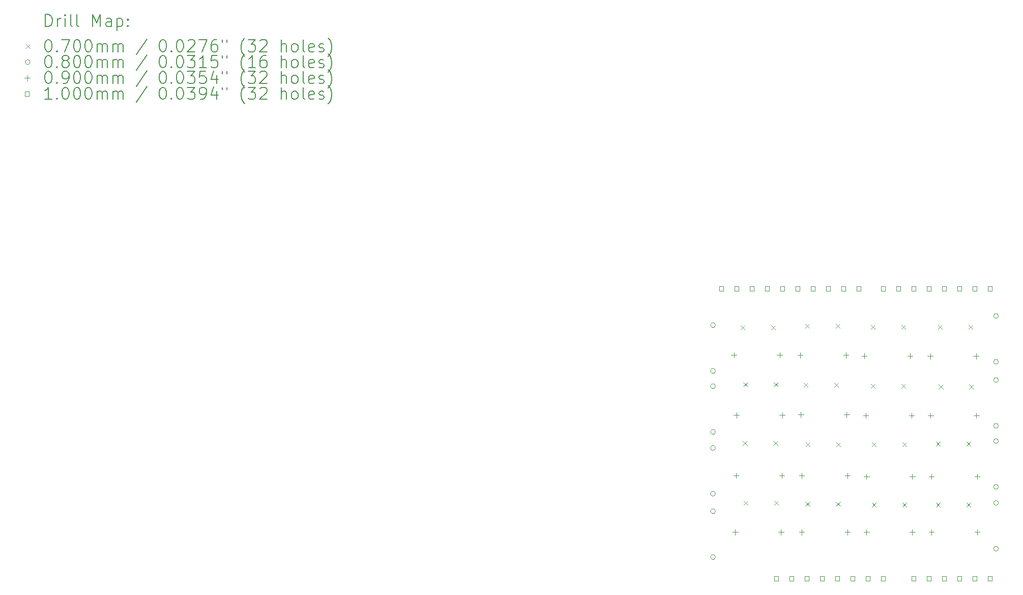
<source format=gbr>
%TF.GenerationSoftware,KiCad,Pcbnew,(6.0.10)*%
%TF.CreationDate,2023-01-21T21:44:59-06:00*%
%TF.ProjectId,Keypad,4b657970-6164-42e6-9b69-6361645f7063,rev?*%
%TF.SameCoordinates,Original*%
%TF.FileFunction,Drillmap*%
%TF.FilePolarity,Positive*%
%FSLAX45Y45*%
G04 Gerber Fmt 4.5, Leading zero omitted, Abs format (unit mm)*
G04 Created by KiCad (PCBNEW (6.0.10)) date 2023-01-21 21:44:59*
%MOMM*%
%LPD*%
G01*
G04 APERTURE LIST*
%ADD10C,0.200000*%
%ADD11C,0.070000*%
%ADD12C,0.080000*%
%ADD13C,0.090000*%
%ADD14C,0.100000*%
G04 APERTURE END LIST*
D10*
D11*
X11826800Y-5286300D02*
X11896800Y-5356300D01*
X11896800Y-5286300D02*
X11826800Y-5356300D01*
X11864900Y-7214160D02*
X11934900Y-7284160D01*
X11934900Y-7214160D02*
X11864900Y-7284160D01*
X11872520Y-6233720D02*
X11942520Y-6303720D01*
X11942520Y-6233720D02*
X11872520Y-6303720D01*
X11875060Y-8209840D02*
X11945060Y-8279840D01*
X11945060Y-8209840D02*
X11875060Y-8279840D01*
X12334800Y-5286300D02*
X12404800Y-5356300D01*
X12404800Y-5286300D02*
X12334800Y-5356300D01*
X12372900Y-7214160D02*
X12442900Y-7284160D01*
X12442900Y-7214160D02*
X12372900Y-7284160D01*
X12380520Y-6233720D02*
X12450520Y-6303720D01*
X12450520Y-6233720D02*
X12380520Y-6303720D01*
X12383060Y-8209840D02*
X12453060Y-8279840D01*
X12453060Y-8209840D02*
X12383060Y-8279840D01*
X12878360Y-6243880D02*
X12948360Y-6313880D01*
X12948360Y-6243880D02*
X12878360Y-6313880D01*
X12903760Y-5260900D02*
X12973760Y-5330900D01*
X12973760Y-5260900D02*
X12903760Y-5330900D01*
X12906300Y-8225080D02*
X12976300Y-8295080D01*
X12976300Y-8225080D02*
X12906300Y-8295080D01*
X12908840Y-7234480D02*
X12978840Y-7304480D01*
X12978840Y-7234480D02*
X12908840Y-7304480D01*
X13386360Y-6243880D02*
X13456360Y-6313880D01*
X13456360Y-6243880D02*
X13386360Y-6313880D01*
X13411760Y-5260900D02*
X13481760Y-5330900D01*
X13481760Y-5260900D02*
X13411760Y-5330900D01*
X13414300Y-8225080D02*
X13484300Y-8295080D01*
X13484300Y-8225080D02*
X13414300Y-8295080D01*
X13416840Y-7234480D02*
X13486840Y-7304480D01*
X13486840Y-7234480D02*
X13416840Y-7304480D01*
X13995960Y-5276140D02*
X14065960Y-5346140D01*
X14065960Y-5276140D02*
X13995960Y-5346140D01*
X13995960Y-6264200D02*
X14065960Y-6334200D01*
X14065960Y-6264200D02*
X13995960Y-6334200D01*
X14013740Y-7234480D02*
X14083740Y-7304480D01*
X14083740Y-7234480D02*
X14013740Y-7304480D01*
X14013740Y-8237780D02*
X14083740Y-8307780D01*
X14083740Y-8237780D02*
X14013740Y-8307780D01*
X14503960Y-5276140D02*
X14573960Y-5346140D01*
X14573960Y-5276140D02*
X14503960Y-5346140D01*
X14503960Y-6264200D02*
X14573960Y-6334200D01*
X14573960Y-6264200D02*
X14503960Y-6334200D01*
X14521740Y-7234480D02*
X14591740Y-7304480D01*
X14591740Y-7234480D02*
X14521740Y-7304480D01*
X14521740Y-8237780D02*
X14591740Y-8307780D01*
X14591740Y-8237780D02*
X14521740Y-8307780D01*
X15080540Y-7221780D02*
X15150540Y-7291780D01*
X15150540Y-7221780D02*
X15080540Y-7291780D01*
X15080540Y-8237780D02*
X15150540Y-8307780D01*
X15150540Y-8237780D02*
X15080540Y-8307780D01*
X15108480Y-5276140D02*
X15178480Y-5346140D01*
X15178480Y-5276140D02*
X15108480Y-5346140D01*
X15123720Y-6274360D02*
X15193720Y-6344360D01*
X15193720Y-6274360D02*
X15123720Y-6344360D01*
X15588540Y-7221780D02*
X15658540Y-7291780D01*
X15658540Y-7221780D02*
X15588540Y-7291780D01*
X15588540Y-8237780D02*
X15658540Y-8307780D01*
X15658540Y-8237780D02*
X15588540Y-8307780D01*
X15616480Y-5276140D02*
X15686480Y-5346140D01*
X15686480Y-5276140D02*
X15616480Y-5346140D01*
X15631720Y-6274360D02*
X15701720Y-6344360D01*
X15701720Y-6274360D02*
X15631720Y-6344360D01*
D12*
X11406500Y-5283200D02*
G75*
G03*
X11406500Y-5283200I-40000J0D01*
G01*
X11406500Y-6045200D02*
G75*
G03*
X11406500Y-6045200I-40000J0D01*
G01*
X11406500Y-6299200D02*
G75*
G03*
X11406500Y-6299200I-40000J0D01*
G01*
X11406500Y-7061200D02*
G75*
G03*
X11406500Y-7061200I-40000J0D01*
G01*
X11406500Y-7327900D02*
G75*
G03*
X11406500Y-7327900I-40000J0D01*
G01*
X11406500Y-8089900D02*
G75*
G03*
X11406500Y-8089900I-40000J0D01*
G01*
X11406500Y-8382000D02*
G75*
G03*
X11406500Y-8382000I-40000J0D01*
G01*
X11406500Y-9144000D02*
G75*
G03*
X11406500Y-9144000I-40000J0D01*
G01*
X16118200Y-5130800D02*
G75*
G03*
X16118200Y-5130800I-40000J0D01*
G01*
X16118200Y-5892800D02*
G75*
G03*
X16118200Y-5892800I-40000J0D01*
G01*
X16118200Y-6197600D02*
G75*
G03*
X16118200Y-6197600I-40000J0D01*
G01*
X16118200Y-6959600D02*
G75*
G03*
X16118200Y-6959600I-40000J0D01*
G01*
X16118200Y-7213600D02*
G75*
G03*
X16118200Y-7213600I-40000J0D01*
G01*
X16118200Y-7975600D02*
G75*
G03*
X16118200Y-7975600I-40000J0D01*
G01*
X16118200Y-8242300D02*
G75*
G03*
X16118200Y-8242300I-40000J0D01*
G01*
X16118200Y-9004300D02*
G75*
G03*
X16118200Y-9004300I-40000J0D01*
G01*
D13*
X11714480Y-5733500D02*
X11714480Y-5823500D01*
X11669480Y-5778500D02*
X11759480Y-5778500D01*
X11737340Y-8684980D02*
X11737340Y-8774980D01*
X11692340Y-8729980D02*
X11782340Y-8729980D01*
X11750040Y-7742640D02*
X11750040Y-7832640D01*
X11705040Y-7787640D02*
X11795040Y-7787640D01*
X11757660Y-6736800D02*
X11757660Y-6826800D01*
X11712660Y-6781800D02*
X11802660Y-6781800D01*
X12476480Y-5733500D02*
X12476480Y-5823500D01*
X12431480Y-5778500D02*
X12521480Y-5778500D01*
X12499340Y-8684980D02*
X12499340Y-8774980D01*
X12454340Y-8729980D02*
X12544340Y-8729980D01*
X12512040Y-7742640D02*
X12512040Y-7832640D01*
X12467040Y-7787640D02*
X12557040Y-7787640D01*
X12519660Y-6736800D02*
X12519660Y-6826800D01*
X12474660Y-6781800D02*
X12564660Y-6781800D01*
X12816840Y-5738580D02*
X12816840Y-5828580D01*
X12771840Y-5783580D02*
X12861840Y-5783580D01*
X12829540Y-6729180D02*
X12829540Y-6819180D01*
X12784540Y-6774180D02*
X12874540Y-6774180D01*
X12842240Y-7745180D02*
X12842240Y-7835180D01*
X12797240Y-7790180D02*
X12887240Y-7790180D01*
X12842240Y-8684980D02*
X12842240Y-8774980D01*
X12797240Y-8729980D02*
X12887240Y-8729980D01*
X13578840Y-5738580D02*
X13578840Y-5828580D01*
X13533840Y-5783580D02*
X13623840Y-5783580D01*
X13591540Y-6729180D02*
X13591540Y-6819180D01*
X13546540Y-6774180D02*
X13636540Y-6774180D01*
X13604240Y-7745180D02*
X13604240Y-7835180D01*
X13559240Y-7790180D02*
X13649240Y-7790180D01*
X13604240Y-8684980D02*
X13604240Y-8774980D01*
X13559240Y-8729980D02*
X13649240Y-8729980D01*
X13883640Y-5748740D02*
X13883640Y-5838740D01*
X13838640Y-5793740D02*
X13928640Y-5793740D01*
X13909040Y-6741880D02*
X13909040Y-6831880D01*
X13864040Y-6786880D02*
X13954040Y-6786880D01*
X13921740Y-7757880D02*
X13921740Y-7847880D01*
X13876740Y-7802880D02*
X13966740Y-7802880D01*
X13921740Y-8684980D02*
X13921740Y-8774980D01*
X13876740Y-8729980D02*
X13966740Y-8729980D01*
X14645640Y-5748740D02*
X14645640Y-5838740D01*
X14600640Y-5793740D02*
X14690640Y-5793740D01*
X14671040Y-6741880D02*
X14671040Y-6831880D01*
X14626040Y-6786880D02*
X14716040Y-6786880D01*
X14683740Y-7757880D02*
X14683740Y-7847880D01*
X14638740Y-7802880D02*
X14728740Y-7802880D01*
X14683740Y-8684980D02*
X14683740Y-8774980D01*
X14638740Y-8729980D02*
X14728740Y-8729980D01*
X14983460Y-5753820D02*
X14983460Y-5843820D01*
X14938460Y-5798820D02*
X15028460Y-5798820D01*
X14988540Y-6741880D02*
X14988540Y-6831880D01*
X14943540Y-6786880D02*
X15033540Y-6786880D01*
X15001240Y-7757880D02*
X15001240Y-7847880D01*
X14956240Y-7802880D02*
X15046240Y-7802880D01*
X15001240Y-8684980D02*
X15001240Y-8774980D01*
X14956240Y-8729980D02*
X15046240Y-8729980D01*
X15745460Y-5753820D02*
X15745460Y-5843820D01*
X15700460Y-5798820D02*
X15790460Y-5798820D01*
X15750540Y-6741880D02*
X15750540Y-6831880D01*
X15705540Y-6786880D02*
X15795540Y-6786880D01*
X15763240Y-7757880D02*
X15763240Y-7847880D01*
X15718240Y-7802880D02*
X15808240Y-7802880D01*
X15763240Y-8684980D02*
X15763240Y-8774980D01*
X15718240Y-8729980D02*
X15808240Y-8729980D01*
D14*
X11541956Y-4708956D02*
X11541956Y-4638244D01*
X11471244Y-4638244D01*
X11471244Y-4708956D01*
X11541956Y-4708956D01*
X11795956Y-4708956D02*
X11795956Y-4638244D01*
X11725244Y-4638244D01*
X11725244Y-4708956D01*
X11795956Y-4708956D01*
X12049956Y-4708956D02*
X12049956Y-4638244D01*
X11979244Y-4638244D01*
X11979244Y-4708956D01*
X12049956Y-4708956D01*
X12303956Y-4708956D02*
X12303956Y-4638244D01*
X12233244Y-4638244D01*
X12233244Y-4708956D01*
X12303956Y-4708956D01*
X12455956Y-9534956D02*
X12455956Y-9464244D01*
X12385244Y-9464244D01*
X12385244Y-9534956D01*
X12455956Y-9534956D01*
X12557956Y-4708956D02*
X12557956Y-4638244D01*
X12487244Y-4638244D01*
X12487244Y-4708956D01*
X12557956Y-4708956D01*
X12709956Y-9534956D02*
X12709956Y-9464244D01*
X12639244Y-9464244D01*
X12639244Y-9534956D01*
X12709956Y-9534956D01*
X12811956Y-4708956D02*
X12811956Y-4638244D01*
X12741244Y-4638244D01*
X12741244Y-4708956D01*
X12811956Y-4708956D01*
X12963956Y-9534956D02*
X12963956Y-9464244D01*
X12893244Y-9464244D01*
X12893244Y-9534956D01*
X12963956Y-9534956D01*
X13065956Y-4708956D02*
X13065956Y-4638244D01*
X12995244Y-4638244D01*
X12995244Y-4708956D01*
X13065956Y-4708956D01*
X13217956Y-9534956D02*
X13217956Y-9464244D01*
X13147244Y-9464244D01*
X13147244Y-9534956D01*
X13217956Y-9534956D01*
X13319956Y-4708956D02*
X13319956Y-4638244D01*
X13249244Y-4638244D01*
X13249244Y-4708956D01*
X13319956Y-4708956D01*
X13471956Y-9534956D02*
X13471956Y-9464244D01*
X13401244Y-9464244D01*
X13401244Y-9534956D01*
X13471956Y-9534956D01*
X13573956Y-4708956D02*
X13573956Y-4638244D01*
X13503244Y-4638244D01*
X13503244Y-4708956D01*
X13573956Y-4708956D01*
X13725956Y-9534956D02*
X13725956Y-9464244D01*
X13655244Y-9464244D01*
X13655244Y-9534956D01*
X13725956Y-9534956D01*
X13827956Y-4708956D02*
X13827956Y-4638244D01*
X13757244Y-4638244D01*
X13757244Y-4708956D01*
X13827956Y-4708956D01*
X13979956Y-9534956D02*
X13979956Y-9464244D01*
X13909244Y-9464244D01*
X13909244Y-9534956D01*
X13979956Y-9534956D01*
X14233956Y-4708956D02*
X14233956Y-4638244D01*
X14163244Y-4638244D01*
X14163244Y-4708956D01*
X14233956Y-4708956D01*
X14233956Y-9534956D02*
X14233956Y-9464244D01*
X14163244Y-9464244D01*
X14163244Y-9534956D01*
X14233956Y-9534956D01*
X14487956Y-4708956D02*
X14487956Y-4638244D01*
X14417244Y-4638244D01*
X14417244Y-4708956D01*
X14487956Y-4708956D01*
X14741956Y-4708956D02*
X14741956Y-4638244D01*
X14671244Y-4638244D01*
X14671244Y-4708956D01*
X14741956Y-4708956D01*
X14741956Y-9534956D02*
X14741956Y-9464244D01*
X14671244Y-9464244D01*
X14671244Y-9534956D01*
X14741956Y-9534956D01*
X14995956Y-4708956D02*
X14995956Y-4638244D01*
X14925244Y-4638244D01*
X14925244Y-4708956D01*
X14995956Y-4708956D01*
X14995956Y-9534956D02*
X14995956Y-9464244D01*
X14925244Y-9464244D01*
X14925244Y-9534956D01*
X14995956Y-9534956D01*
X15249956Y-4708956D02*
X15249956Y-4638244D01*
X15179244Y-4638244D01*
X15179244Y-4708956D01*
X15249956Y-4708956D01*
X15249956Y-9534956D02*
X15249956Y-9464244D01*
X15179244Y-9464244D01*
X15179244Y-9534956D01*
X15249956Y-9534956D01*
X15503956Y-4708956D02*
X15503956Y-4638244D01*
X15433244Y-4638244D01*
X15433244Y-4708956D01*
X15503956Y-4708956D01*
X15503956Y-9534956D02*
X15503956Y-9464244D01*
X15433244Y-9464244D01*
X15433244Y-9534956D01*
X15503956Y-9534956D01*
X15757956Y-4708956D02*
X15757956Y-4638244D01*
X15687244Y-4638244D01*
X15687244Y-4708956D01*
X15757956Y-4708956D01*
X15757956Y-9534956D02*
X15757956Y-9464244D01*
X15687244Y-9464244D01*
X15687244Y-9534956D01*
X15757956Y-9534956D01*
X16011956Y-4708956D02*
X16011956Y-4638244D01*
X15941244Y-4638244D01*
X15941244Y-4708956D01*
X16011956Y-4708956D01*
X16011956Y-9534956D02*
X16011956Y-9464244D01*
X15941244Y-9464244D01*
X15941244Y-9534956D01*
X16011956Y-9534956D01*
D10*
X257619Y-310476D02*
X257619Y-110476D01*
X305238Y-110476D01*
X333810Y-120000D01*
X352857Y-139048D01*
X362381Y-158095D01*
X371905Y-196190D01*
X371905Y-224762D01*
X362381Y-262857D01*
X352857Y-281905D01*
X333810Y-300952D01*
X305238Y-310476D01*
X257619Y-310476D01*
X457619Y-310476D02*
X457619Y-177143D01*
X457619Y-215238D02*
X467143Y-196190D01*
X476667Y-186667D01*
X495714Y-177143D01*
X514762Y-177143D01*
X581429Y-310476D02*
X581429Y-177143D01*
X581429Y-110476D02*
X571905Y-120000D01*
X581429Y-129524D01*
X590952Y-120000D01*
X581429Y-110476D01*
X581429Y-129524D01*
X705238Y-310476D02*
X686190Y-300952D01*
X676667Y-281905D01*
X676667Y-110476D01*
X810000Y-310476D02*
X790952Y-300952D01*
X781428Y-281905D01*
X781428Y-110476D01*
X1038571Y-310476D02*
X1038571Y-110476D01*
X1105238Y-253333D01*
X1171905Y-110476D01*
X1171905Y-310476D01*
X1352857Y-310476D02*
X1352857Y-205714D01*
X1343333Y-186667D01*
X1324286Y-177143D01*
X1286190Y-177143D01*
X1267143Y-186667D01*
X1352857Y-300952D02*
X1333810Y-310476D01*
X1286190Y-310476D01*
X1267143Y-300952D01*
X1257619Y-281905D01*
X1257619Y-262857D01*
X1267143Y-243809D01*
X1286190Y-234286D01*
X1333810Y-234286D01*
X1352857Y-224762D01*
X1448095Y-177143D02*
X1448095Y-377143D01*
X1448095Y-186667D02*
X1467143Y-177143D01*
X1505238Y-177143D01*
X1524286Y-186667D01*
X1533809Y-196190D01*
X1543333Y-215238D01*
X1543333Y-272381D01*
X1533809Y-291429D01*
X1524286Y-300952D01*
X1505238Y-310476D01*
X1467143Y-310476D01*
X1448095Y-300952D01*
X1629048Y-291429D02*
X1638571Y-300952D01*
X1629048Y-310476D01*
X1619524Y-300952D01*
X1629048Y-291429D01*
X1629048Y-310476D01*
X1629048Y-186667D02*
X1638571Y-196190D01*
X1629048Y-205714D01*
X1619524Y-196190D01*
X1629048Y-186667D01*
X1629048Y-205714D01*
D11*
X-70000Y-605000D02*
X0Y-675000D01*
X0Y-605000D02*
X-70000Y-675000D01*
D10*
X295714Y-530476D02*
X314762Y-530476D01*
X333810Y-540000D01*
X343333Y-549524D01*
X352857Y-568571D01*
X362381Y-606667D01*
X362381Y-654286D01*
X352857Y-692381D01*
X343333Y-711428D01*
X333810Y-720952D01*
X314762Y-730476D01*
X295714Y-730476D01*
X276667Y-720952D01*
X267143Y-711428D01*
X257619Y-692381D01*
X248095Y-654286D01*
X248095Y-606667D01*
X257619Y-568571D01*
X267143Y-549524D01*
X276667Y-540000D01*
X295714Y-530476D01*
X448095Y-711428D02*
X457619Y-720952D01*
X448095Y-730476D01*
X438571Y-720952D01*
X448095Y-711428D01*
X448095Y-730476D01*
X524286Y-530476D02*
X657619Y-530476D01*
X571905Y-730476D01*
X771905Y-530476D02*
X790952Y-530476D01*
X810000Y-540000D01*
X819524Y-549524D01*
X829048Y-568571D01*
X838571Y-606667D01*
X838571Y-654286D01*
X829048Y-692381D01*
X819524Y-711428D01*
X810000Y-720952D01*
X790952Y-730476D01*
X771905Y-730476D01*
X752857Y-720952D01*
X743333Y-711428D01*
X733809Y-692381D01*
X724286Y-654286D01*
X724286Y-606667D01*
X733809Y-568571D01*
X743333Y-549524D01*
X752857Y-540000D01*
X771905Y-530476D01*
X962381Y-530476D02*
X981428Y-530476D01*
X1000476Y-540000D01*
X1010000Y-549524D01*
X1019524Y-568571D01*
X1029048Y-606667D01*
X1029048Y-654286D01*
X1019524Y-692381D01*
X1010000Y-711428D01*
X1000476Y-720952D01*
X981428Y-730476D01*
X962381Y-730476D01*
X943333Y-720952D01*
X933809Y-711428D01*
X924286Y-692381D01*
X914762Y-654286D01*
X914762Y-606667D01*
X924286Y-568571D01*
X933809Y-549524D01*
X943333Y-540000D01*
X962381Y-530476D01*
X1114762Y-730476D02*
X1114762Y-597143D01*
X1114762Y-616190D02*
X1124286Y-606667D01*
X1143333Y-597143D01*
X1171905Y-597143D01*
X1190952Y-606667D01*
X1200476Y-625714D01*
X1200476Y-730476D01*
X1200476Y-625714D02*
X1210000Y-606667D01*
X1229048Y-597143D01*
X1257619Y-597143D01*
X1276667Y-606667D01*
X1286190Y-625714D01*
X1286190Y-730476D01*
X1381429Y-730476D02*
X1381429Y-597143D01*
X1381429Y-616190D02*
X1390952Y-606667D01*
X1410000Y-597143D01*
X1438571Y-597143D01*
X1457619Y-606667D01*
X1467143Y-625714D01*
X1467143Y-730476D01*
X1467143Y-625714D02*
X1476667Y-606667D01*
X1495714Y-597143D01*
X1524286Y-597143D01*
X1543333Y-606667D01*
X1552857Y-625714D01*
X1552857Y-730476D01*
X1943333Y-520952D02*
X1771905Y-778095D01*
X2200476Y-530476D02*
X2219524Y-530476D01*
X2238571Y-540000D01*
X2248095Y-549524D01*
X2257619Y-568571D01*
X2267143Y-606667D01*
X2267143Y-654286D01*
X2257619Y-692381D01*
X2248095Y-711428D01*
X2238571Y-720952D01*
X2219524Y-730476D01*
X2200476Y-730476D01*
X2181429Y-720952D01*
X2171905Y-711428D01*
X2162381Y-692381D01*
X2152857Y-654286D01*
X2152857Y-606667D01*
X2162381Y-568571D01*
X2171905Y-549524D01*
X2181429Y-540000D01*
X2200476Y-530476D01*
X2352857Y-711428D02*
X2362381Y-720952D01*
X2352857Y-730476D01*
X2343333Y-720952D01*
X2352857Y-711428D01*
X2352857Y-730476D01*
X2486190Y-530476D02*
X2505238Y-530476D01*
X2524286Y-540000D01*
X2533810Y-549524D01*
X2543333Y-568571D01*
X2552857Y-606667D01*
X2552857Y-654286D01*
X2543333Y-692381D01*
X2533810Y-711428D01*
X2524286Y-720952D01*
X2505238Y-730476D01*
X2486190Y-730476D01*
X2467143Y-720952D01*
X2457619Y-711428D01*
X2448095Y-692381D01*
X2438571Y-654286D01*
X2438571Y-606667D01*
X2448095Y-568571D01*
X2457619Y-549524D01*
X2467143Y-540000D01*
X2486190Y-530476D01*
X2629048Y-549524D02*
X2638571Y-540000D01*
X2657619Y-530476D01*
X2705238Y-530476D01*
X2724286Y-540000D01*
X2733810Y-549524D01*
X2743333Y-568571D01*
X2743333Y-587619D01*
X2733810Y-616190D01*
X2619524Y-730476D01*
X2743333Y-730476D01*
X2810000Y-530476D02*
X2943333Y-530476D01*
X2857619Y-730476D01*
X3105238Y-530476D02*
X3067143Y-530476D01*
X3048095Y-540000D01*
X3038571Y-549524D01*
X3019524Y-578095D01*
X3010000Y-616190D01*
X3010000Y-692381D01*
X3019524Y-711428D01*
X3029048Y-720952D01*
X3048095Y-730476D01*
X3086190Y-730476D01*
X3105238Y-720952D01*
X3114762Y-711428D01*
X3124286Y-692381D01*
X3124286Y-644762D01*
X3114762Y-625714D01*
X3105238Y-616190D01*
X3086190Y-606667D01*
X3048095Y-606667D01*
X3029048Y-616190D01*
X3019524Y-625714D01*
X3010000Y-644762D01*
X3200476Y-530476D02*
X3200476Y-568571D01*
X3276667Y-530476D02*
X3276667Y-568571D01*
X3571905Y-806667D02*
X3562381Y-797143D01*
X3543333Y-768571D01*
X3533809Y-749524D01*
X3524286Y-720952D01*
X3514762Y-673333D01*
X3514762Y-635238D01*
X3524286Y-587619D01*
X3533809Y-559048D01*
X3543333Y-540000D01*
X3562381Y-511428D01*
X3571905Y-501905D01*
X3629048Y-530476D02*
X3752857Y-530476D01*
X3686190Y-606667D01*
X3714762Y-606667D01*
X3733809Y-616190D01*
X3743333Y-625714D01*
X3752857Y-644762D01*
X3752857Y-692381D01*
X3743333Y-711428D01*
X3733809Y-720952D01*
X3714762Y-730476D01*
X3657619Y-730476D01*
X3638571Y-720952D01*
X3629048Y-711428D01*
X3829048Y-549524D02*
X3838571Y-540000D01*
X3857619Y-530476D01*
X3905238Y-530476D01*
X3924286Y-540000D01*
X3933809Y-549524D01*
X3943333Y-568571D01*
X3943333Y-587619D01*
X3933809Y-616190D01*
X3819524Y-730476D01*
X3943333Y-730476D01*
X4181428Y-730476D02*
X4181428Y-530476D01*
X4267143Y-730476D02*
X4267143Y-625714D01*
X4257619Y-606667D01*
X4238571Y-597143D01*
X4210000Y-597143D01*
X4190952Y-606667D01*
X4181428Y-616190D01*
X4390952Y-730476D02*
X4371905Y-720952D01*
X4362381Y-711428D01*
X4352857Y-692381D01*
X4352857Y-635238D01*
X4362381Y-616190D01*
X4371905Y-606667D01*
X4390952Y-597143D01*
X4419524Y-597143D01*
X4438571Y-606667D01*
X4448095Y-616190D01*
X4457619Y-635238D01*
X4457619Y-692381D01*
X4448095Y-711428D01*
X4438571Y-720952D01*
X4419524Y-730476D01*
X4390952Y-730476D01*
X4571905Y-730476D02*
X4552857Y-720952D01*
X4543333Y-701905D01*
X4543333Y-530476D01*
X4724286Y-720952D02*
X4705238Y-730476D01*
X4667143Y-730476D01*
X4648095Y-720952D01*
X4638571Y-701905D01*
X4638571Y-625714D01*
X4648095Y-606667D01*
X4667143Y-597143D01*
X4705238Y-597143D01*
X4724286Y-606667D01*
X4733810Y-625714D01*
X4733810Y-644762D01*
X4638571Y-663810D01*
X4810000Y-720952D02*
X4829048Y-730476D01*
X4867143Y-730476D01*
X4886190Y-720952D01*
X4895714Y-701905D01*
X4895714Y-692381D01*
X4886190Y-673333D01*
X4867143Y-663810D01*
X4838571Y-663810D01*
X4819524Y-654286D01*
X4810000Y-635238D01*
X4810000Y-625714D01*
X4819524Y-606667D01*
X4838571Y-597143D01*
X4867143Y-597143D01*
X4886190Y-606667D01*
X4962381Y-806667D02*
X4971905Y-797143D01*
X4990952Y-768571D01*
X5000476Y-749524D01*
X5010000Y-720952D01*
X5019524Y-673333D01*
X5019524Y-635238D01*
X5010000Y-587619D01*
X5000476Y-559048D01*
X4990952Y-540000D01*
X4971905Y-511428D01*
X4962381Y-501905D01*
D12*
X0Y-904000D02*
G75*
G03*
X0Y-904000I-40000J0D01*
G01*
D10*
X295714Y-794476D02*
X314762Y-794476D01*
X333810Y-804000D01*
X343333Y-813524D01*
X352857Y-832571D01*
X362381Y-870667D01*
X362381Y-918286D01*
X352857Y-956381D01*
X343333Y-975428D01*
X333810Y-984952D01*
X314762Y-994476D01*
X295714Y-994476D01*
X276667Y-984952D01*
X267143Y-975428D01*
X257619Y-956381D01*
X248095Y-918286D01*
X248095Y-870667D01*
X257619Y-832571D01*
X267143Y-813524D01*
X276667Y-804000D01*
X295714Y-794476D01*
X448095Y-975428D02*
X457619Y-984952D01*
X448095Y-994476D01*
X438571Y-984952D01*
X448095Y-975428D01*
X448095Y-994476D01*
X571905Y-880190D02*
X552857Y-870667D01*
X543333Y-861143D01*
X533810Y-842095D01*
X533810Y-832571D01*
X543333Y-813524D01*
X552857Y-804000D01*
X571905Y-794476D01*
X610000Y-794476D01*
X629048Y-804000D01*
X638571Y-813524D01*
X648095Y-832571D01*
X648095Y-842095D01*
X638571Y-861143D01*
X629048Y-870667D01*
X610000Y-880190D01*
X571905Y-880190D01*
X552857Y-889714D01*
X543333Y-899238D01*
X533810Y-918286D01*
X533810Y-956381D01*
X543333Y-975428D01*
X552857Y-984952D01*
X571905Y-994476D01*
X610000Y-994476D01*
X629048Y-984952D01*
X638571Y-975428D01*
X648095Y-956381D01*
X648095Y-918286D01*
X638571Y-899238D01*
X629048Y-889714D01*
X610000Y-880190D01*
X771905Y-794476D02*
X790952Y-794476D01*
X810000Y-804000D01*
X819524Y-813524D01*
X829048Y-832571D01*
X838571Y-870667D01*
X838571Y-918286D01*
X829048Y-956381D01*
X819524Y-975428D01*
X810000Y-984952D01*
X790952Y-994476D01*
X771905Y-994476D01*
X752857Y-984952D01*
X743333Y-975428D01*
X733809Y-956381D01*
X724286Y-918286D01*
X724286Y-870667D01*
X733809Y-832571D01*
X743333Y-813524D01*
X752857Y-804000D01*
X771905Y-794476D01*
X962381Y-794476D02*
X981428Y-794476D01*
X1000476Y-804000D01*
X1010000Y-813524D01*
X1019524Y-832571D01*
X1029048Y-870667D01*
X1029048Y-918286D01*
X1019524Y-956381D01*
X1010000Y-975428D01*
X1000476Y-984952D01*
X981428Y-994476D01*
X962381Y-994476D01*
X943333Y-984952D01*
X933809Y-975428D01*
X924286Y-956381D01*
X914762Y-918286D01*
X914762Y-870667D01*
X924286Y-832571D01*
X933809Y-813524D01*
X943333Y-804000D01*
X962381Y-794476D01*
X1114762Y-994476D02*
X1114762Y-861143D01*
X1114762Y-880190D02*
X1124286Y-870667D01*
X1143333Y-861143D01*
X1171905Y-861143D01*
X1190952Y-870667D01*
X1200476Y-889714D01*
X1200476Y-994476D01*
X1200476Y-889714D02*
X1210000Y-870667D01*
X1229048Y-861143D01*
X1257619Y-861143D01*
X1276667Y-870667D01*
X1286190Y-889714D01*
X1286190Y-994476D01*
X1381429Y-994476D02*
X1381429Y-861143D01*
X1381429Y-880190D02*
X1390952Y-870667D01*
X1410000Y-861143D01*
X1438571Y-861143D01*
X1457619Y-870667D01*
X1467143Y-889714D01*
X1467143Y-994476D01*
X1467143Y-889714D02*
X1476667Y-870667D01*
X1495714Y-861143D01*
X1524286Y-861143D01*
X1543333Y-870667D01*
X1552857Y-889714D01*
X1552857Y-994476D01*
X1943333Y-784952D02*
X1771905Y-1042095D01*
X2200476Y-794476D02*
X2219524Y-794476D01*
X2238571Y-804000D01*
X2248095Y-813524D01*
X2257619Y-832571D01*
X2267143Y-870667D01*
X2267143Y-918286D01*
X2257619Y-956381D01*
X2248095Y-975428D01*
X2238571Y-984952D01*
X2219524Y-994476D01*
X2200476Y-994476D01*
X2181429Y-984952D01*
X2171905Y-975428D01*
X2162381Y-956381D01*
X2152857Y-918286D01*
X2152857Y-870667D01*
X2162381Y-832571D01*
X2171905Y-813524D01*
X2181429Y-804000D01*
X2200476Y-794476D01*
X2352857Y-975428D02*
X2362381Y-984952D01*
X2352857Y-994476D01*
X2343333Y-984952D01*
X2352857Y-975428D01*
X2352857Y-994476D01*
X2486190Y-794476D02*
X2505238Y-794476D01*
X2524286Y-804000D01*
X2533810Y-813524D01*
X2543333Y-832571D01*
X2552857Y-870667D01*
X2552857Y-918286D01*
X2543333Y-956381D01*
X2533810Y-975428D01*
X2524286Y-984952D01*
X2505238Y-994476D01*
X2486190Y-994476D01*
X2467143Y-984952D01*
X2457619Y-975428D01*
X2448095Y-956381D01*
X2438571Y-918286D01*
X2438571Y-870667D01*
X2448095Y-832571D01*
X2457619Y-813524D01*
X2467143Y-804000D01*
X2486190Y-794476D01*
X2619524Y-794476D02*
X2743333Y-794476D01*
X2676667Y-870667D01*
X2705238Y-870667D01*
X2724286Y-880190D01*
X2733810Y-889714D01*
X2743333Y-908762D01*
X2743333Y-956381D01*
X2733810Y-975428D01*
X2724286Y-984952D01*
X2705238Y-994476D01*
X2648095Y-994476D01*
X2629048Y-984952D01*
X2619524Y-975428D01*
X2933809Y-994476D02*
X2819524Y-994476D01*
X2876667Y-994476D02*
X2876667Y-794476D01*
X2857619Y-823048D01*
X2838571Y-842095D01*
X2819524Y-851619D01*
X3114762Y-794476D02*
X3019524Y-794476D01*
X3010000Y-889714D01*
X3019524Y-880190D01*
X3038571Y-870667D01*
X3086190Y-870667D01*
X3105238Y-880190D01*
X3114762Y-889714D01*
X3124286Y-908762D01*
X3124286Y-956381D01*
X3114762Y-975428D01*
X3105238Y-984952D01*
X3086190Y-994476D01*
X3038571Y-994476D01*
X3019524Y-984952D01*
X3010000Y-975428D01*
X3200476Y-794476D02*
X3200476Y-832571D01*
X3276667Y-794476D02*
X3276667Y-832571D01*
X3571905Y-1070667D02*
X3562381Y-1061143D01*
X3543333Y-1032571D01*
X3533809Y-1013524D01*
X3524286Y-984952D01*
X3514762Y-937333D01*
X3514762Y-899238D01*
X3524286Y-851619D01*
X3533809Y-823048D01*
X3543333Y-804000D01*
X3562381Y-775428D01*
X3571905Y-765905D01*
X3752857Y-994476D02*
X3638571Y-994476D01*
X3695714Y-994476D02*
X3695714Y-794476D01*
X3676667Y-823048D01*
X3657619Y-842095D01*
X3638571Y-851619D01*
X3924286Y-794476D02*
X3886190Y-794476D01*
X3867143Y-804000D01*
X3857619Y-813524D01*
X3838571Y-842095D01*
X3829048Y-880190D01*
X3829048Y-956381D01*
X3838571Y-975428D01*
X3848095Y-984952D01*
X3867143Y-994476D01*
X3905238Y-994476D01*
X3924286Y-984952D01*
X3933809Y-975428D01*
X3943333Y-956381D01*
X3943333Y-908762D01*
X3933809Y-889714D01*
X3924286Y-880190D01*
X3905238Y-870667D01*
X3867143Y-870667D01*
X3848095Y-880190D01*
X3838571Y-889714D01*
X3829048Y-908762D01*
X4181428Y-994476D02*
X4181428Y-794476D01*
X4267143Y-994476D02*
X4267143Y-889714D01*
X4257619Y-870667D01*
X4238571Y-861143D01*
X4210000Y-861143D01*
X4190952Y-870667D01*
X4181428Y-880190D01*
X4390952Y-994476D02*
X4371905Y-984952D01*
X4362381Y-975428D01*
X4352857Y-956381D01*
X4352857Y-899238D01*
X4362381Y-880190D01*
X4371905Y-870667D01*
X4390952Y-861143D01*
X4419524Y-861143D01*
X4438571Y-870667D01*
X4448095Y-880190D01*
X4457619Y-899238D01*
X4457619Y-956381D01*
X4448095Y-975428D01*
X4438571Y-984952D01*
X4419524Y-994476D01*
X4390952Y-994476D01*
X4571905Y-994476D02*
X4552857Y-984952D01*
X4543333Y-965905D01*
X4543333Y-794476D01*
X4724286Y-984952D02*
X4705238Y-994476D01*
X4667143Y-994476D01*
X4648095Y-984952D01*
X4638571Y-965905D01*
X4638571Y-889714D01*
X4648095Y-870667D01*
X4667143Y-861143D01*
X4705238Y-861143D01*
X4724286Y-870667D01*
X4733810Y-889714D01*
X4733810Y-908762D01*
X4638571Y-927809D01*
X4810000Y-984952D02*
X4829048Y-994476D01*
X4867143Y-994476D01*
X4886190Y-984952D01*
X4895714Y-965905D01*
X4895714Y-956381D01*
X4886190Y-937333D01*
X4867143Y-927809D01*
X4838571Y-927809D01*
X4819524Y-918286D01*
X4810000Y-899238D01*
X4810000Y-889714D01*
X4819524Y-870667D01*
X4838571Y-861143D01*
X4867143Y-861143D01*
X4886190Y-870667D01*
X4962381Y-1070667D02*
X4971905Y-1061143D01*
X4990952Y-1032571D01*
X5000476Y-1013524D01*
X5010000Y-984952D01*
X5019524Y-937333D01*
X5019524Y-899238D01*
X5010000Y-851619D01*
X5000476Y-823048D01*
X4990952Y-804000D01*
X4971905Y-775428D01*
X4962381Y-765905D01*
D13*
X-45000Y-1123000D02*
X-45000Y-1213000D01*
X-90000Y-1168000D02*
X0Y-1168000D01*
D10*
X295714Y-1058476D02*
X314762Y-1058476D01*
X333810Y-1068000D01*
X343333Y-1077524D01*
X352857Y-1096571D01*
X362381Y-1134667D01*
X362381Y-1182286D01*
X352857Y-1220381D01*
X343333Y-1239429D01*
X333810Y-1248952D01*
X314762Y-1258476D01*
X295714Y-1258476D01*
X276667Y-1248952D01*
X267143Y-1239429D01*
X257619Y-1220381D01*
X248095Y-1182286D01*
X248095Y-1134667D01*
X257619Y-1096571D01*
X267143Y-1077524D01*
X276667Y-1068000D01*
X295714Y-1058476D01*
X448095Y-1239429D02*
X457619Y-1248952D01*
X448095Y-1258476D01*
X438571Y-1248952D01*
X448095Y-1239429D01*
X448095Y-1258476D01*
X552857Y-1258476D02*
X590952Y-1258476D01*
X610000Y-1248952D01*
X619524Y-1239429D01*
X638571Y-1210857D01*
X648095Y-1172762D01*
X648095Y-1096571D01*
X638571Y-1077524D01*
X629048Y-1068000D01*
X610000Y-1058476D01*
X571905Y-1058476D01*
X552857Y-1068000D01*
X543333Y-1077524D01*
X533810Y-1096571D01*
X533810Y-1144190D01*
X543333Y-1163238D01*
X552857Y-1172762D01*
X571905Y-1182286D01*
X610000Y-1182286D01*
X629048Y-1172762D01*
X638571Y-1163238D01*
X648095Y-1144190D01*
X771905Y-1058476D02*
X790952Y-1058476D01*
X810000Y-1068000D01*
X819524Y-1077524D01*
X829048Y-1096571D01*
X838571Y-1134667D01*
X838571Y-1182286D01*
X829048Y-1220381D01*
X819524Y-1239429D01*
X810000Y-1248952D01*
X790952Y-1258476D01*
X771905Y-1258476D01*
X752857Y-1248952D01*
X743333Y-1239429D01*
X733809Y-1220381D01*
X724286Y-1182286D01*
X724286Y-1134667D01*
X733809Y-1096571D01*
X743333Y-1077524D01*
X752857Y-1068000D01*
X771905Y-1058476D01*
X962381Y-1058476D02*
X981428Y-1058476D01*
X1000476Y-1068000D01*
X1010000Y-1077524D01*
X1019524Y-1096571D01*
X1029048Y-1134667D01*
X1029048Y-1182286D01*
X1019524Y-1220381D01*
X1010000Y-1239429D01*
X1000476Y-1248952D01*
X981428Y-1258476D01*
X962381Y-1258476D01*
X943333Y-1248952D01*
X933809Y-1239429D01*
X924286Y-1220381D01*
X914762Y-1182286D01*
X914762Y-1134667D01*
X924286Y-1096571D01*
X933809Y-1077524D01*
X943333Y-1068000D01*
X962381Y-1058476D01*
X1114762Y-1258476D02*
X1114762Y-1125143D01*
X1114762Y-1144190D02*
X1124286Y-1134667D01*
X1143333Y-1125143D01*
X1171905Y-1125143D01*
X1190952Y-1134667D01*
X1200476Y-1153714D01*
X1200476Y-1258476D01*
X1200476Y-1153714D02*
X1210000Y-1134667D01*
X1229048Y-1125143D01*
X1257619Y-1125143D01*
X1276667Y-1134667D01*
X1286190Y-1153714D01*
X1286190Y-1258476D01*
X1381429Y-1258476D02*
X1381429Y-1125143D01*
X1381429Y-1144190D02*
X1390952Y-1134667D01*
X1410000Y-1125143D01*
X1438571Y-1125143D01*
X1457619Y-1134667D01*
X1467143Y-1153714D01*
X1467143Y-1258476D01*
X1467143Y-1153714D02*
X1476667Y-1134667D01*
X1495714Y-1125143D01*
X1524286Y-1125143D01*
X1543333Y-1134667D01*
X1552857Y-1153714D01*
X1552857Y-1258476D01*
X1943333Y-1048952D02*
X1771905Y-1306095D01*
X2200476Y-1058476D02*
X2219524Y-1058476D01*
X2238571Y-1068000D01*
X2248095Y-1077524D01*
X2257619Y-1096571D01*
X2267143Y-1134667D01*
X2267143Y-1182286D01*
X2257619Y-1220381D01*
X2248095Y-1239429D01*
X2238571Y-1248952D01*
X2219524Y-1258476D01*
X2200476Y-1258476D01*
X2181429Y-1248952D01*
X2171905Y-1239429D01*
X2162381Y-1220381D01*
X2152857Y-1182286D01*
X2152857Y-1134667D01*
X2162381Y-1096571D01*
X2171905Y-1077524D01*
X2181429Y-1068000D01*
X2200476Y-1058476D01*
X2352857Y-1239429D02*
X2362381Y-1248952D01*
X2352857Y-1258476D01*
X2343333Y-1248952D01*
X2352857Y-1239429D01*
X2352857Y-1258476D01*
X2486190Y-1058476D02*
X2505238Y-1058476D01*
X2524286Y-1068000D01*
X2533810Y-1077524D01*
X2543333Y-1096571D01*
X2552857Y-1134667D01*
X2552857Y-1182286D01*
X2543333Y-1220381D01*
X2533810Y-1239429D01*
X2524286Y-1248952D01*
X2505238Y-1258476D01*
X2486190Y-1258476D01*
X2467143Y-1248952D01*
X2457619Y-1239429D01*
X2448095Y-1220381D01*
X2438571Y-1182286D01*
X2438571Y-1134667D01*
X2448095Y-1096571D01*
X2457619Y-1077524D01*
X2467143Y-1068000D01*
X2486190Y-1058476D01*
X2619524Y-1058476D02*
X2743333Y-1058476D01*
X2676667Y-1134667D01*
X2705238Y-1134667D01*
X2724286Y-1144190D01*
X2733810Y-1153714D01*
X2743333Y-1172762D01*
X2743333Y-1220381D01*
X2733810Y-1239429D01*
X2724286Y-1248952D01*
X2705238Y-1258476D01*
X2648095Y-1258476D01*
X2629048Y-1248952D01*
X2619524Y-1239429D01*
X2924286Y-1058476D02*
X2829048Y-1058476D01*
X2819524Y-1153714D01*
X2829048Y-1144190D01*
X2848095Y-1134667D01*
X2895714Y-1134667D01*
X2914762Y-1144190D01*
X2924286Y-1153714D01*
X2933809Y-1172762D01*
X2933809Y-1220381D01*
X2924286Y-1239429D01*
X2914762Y-1248952D01*
X2895714Y-1258476D01*
X2848095Y-1258476D01*
X2829048Y-1248952D01*
X2819524Y-1239429D01*
X3105238Y-1125143D02*
X3105238Y-1258476D01*
X3057619Y-1048952D02*
X3010000Y-1191810D01*
X3133809Y-1191810D01*
X3200476Y-1058476D02*
X3200476Y-1096571D01*
X3276667Y-1058476D02*
X3276667Y-1096571D01*
X3571905Y-1334667D02*
X3562381Y-1325143D01*
X3543333Y-1296571D01*
X3533809Y-1277524D01*
X3524286Y-1248952D01*
X3514762Y-1201333D01*
X3514762Y-1163238D01*
X3524286Y-1115619D01*
X3533809Y-1087048D01*
X3543333Y-1068000D01*
X3562381Y-1039428D01*
X3571905Y-1029905D01*
X3629048Y-1058476D02*
X3752857Y-1058476D01*
X3686190Y-1134667D01*
X3714762Y-1134667D01*
X3733809Y-1144190D01*
X3743333Y-1153714D01*
X3752857Y-1172762D01*
X3752857Y-1220381D01*
X3743333Y-1239429D01*
X3733809Y-1248952D01*
X3714762Y-1258476D01*
X3657619Y-1258476D01*
X3638571Y-1248952D01*
X3629048Y-1239429D01*
X3829048Y-1077524D02*
X3838571Y-1068000D01*
X3857619Y-1058476D01*
X3905238Y-1058476D01*
X3924286Y-1068000D01*
X3933809Y-1077524D01*
X3943333Y-1096571D01*
X3943333Y-1115619D01*
X3933809Y-1144190D01*
X3819524Y-1258476D01*
X3943333Y-1258476D01*
X4181428Y-1258476D02*
X4181428Y-1058476D01*
X4267143Y-1258476D02*
X4267143Y-1153714D01*
X4257619Y-1134667D01*
X4238571Y-1125143D01*
X4210000Y-1125143D01*
X4190952Y-1134667D01*
X4181428Y-1144190D01*
X4390952Y-1258476D02*
X4371905Y-1248952D01*
X4362381Y-1239429D01*
X4352857Y-1220381D01*
X4352857Y-1163238D01*
X4362381Y-1144190D01*
X4371905Y-1134667D01*
X4390952Y-1125143D01*
X4419524Y-1125143D01*
X4438571Y-1134667D01*
X4448095Y-1144190D01*
X4457619Y-1163238D01*
X4457619Y-1220381D01*
X4448095Y-1239429D01*
X4438571Y-1248952D01*
X4419524Y-1258476D01*
X4390952Y-1258476D01*
X4571905Y-1258476D02*
X4552857Y-1248952D01*
X4543333Y-1229905D01*
X4543333Y-1058476D01*
X4724286Y-1248952D02*
X4705238Y-1258476D01*
X4667143Y-1258476D01*
X4648095Y-1248952D01*
X4638571Y-1229905D01*
X4638571Y-1153714D01*
X4648095Y-1134667D01*
X4667143Y-1125143D01*
X4705238Y-1125143D01*
X4724286Y-1134667D01*
X4733810Y-1153714D01*
X4733810Y-1172762D01*
X4638571Y-1191810D01*
X4810000Y-1248952D02*
X4829048Y-1258476D01*
X4867143Y-1258476D01*
X4886190Y-1248952D01*
X4895714Y-1229905D01*
X4895714Y-1220381D01*
X4886190Y-1201333D01*
X4867143Y-1191810D01*
X4838571Y-1191810D01*
X4819524Y-1182286D01*
X4810000Y-1163238D01*
X4810000Y-1153714D01*
X4819524Y-1134667D01*
X4838571Y-1125143D01*
X4867143Y-1125143D01*
X4886190Y-1134667D01*
X4962381Y-1334667D02*
X4971905Y-1325143D01*
X4990952Y-1296571D01*
X5000476Y-1277524D01*
X5010000Y-1248952D01*
X5019524Y-1201333D01*
X5019524Y-1163238D01*
X5010000Y-1115619D01*
X5000476Y-1087048D01*
X4990952Y-1068000D01*
X4971905Y-1039428D01*
X4962381Y-1029905D01*
D14*
X-14644Y-1467356D02*
X-14644Y-1396644D01*
X-85356Y-1396644D01*
X-85356Y-1467356D01*
X-14644Y-1467356D01*
D10*
X362381Y-1522476D02*
X248095Y-1522476D01*
X305238Y-1522476D02*
X305238Y-1322476D01*
X286190Y-1351048D01*
X267143Y-1370095D01*
X248095Y-1379619D01*
X448095Y-1503428D02*
X457619Y-1512952D01*
X448095Y-1522476D01*
X438571Y-1512952D01*
X448095Y-1503428D01*
X448095Y-1522476D01*
X581429Y-1322476D02*
X600476Y-1322476D01*
X619524Y-1332000D01*
X629048Y-1341524D01*
X638571Y-1360571D01*
X648095Y-1398667D01*
X648095Y-1446286D01*
X638571Y-1484381D01*
X629048Y-1503428D01*
X619524Y-1512952D01*
X600476Y-1522476D01*
X581429Y-1522476D01*
X562381Y-1512952D01*
X552857Y-1503428D01*
X543333Y-1484381D01*
X533810Y-1446286D01*
X533810Y-1398667D01*
X543333Y-1360571D01*
X552857Y-1341524D01*
X562381Y-1332000D01*
X581429Y-1322476D01*
X771905Y-1322476D02*
X790952Y-1322476D01*
X810000Y-1332000D01*
X819524Y-1341524D01*
X829048Y-1360571D01*
X838571Y-1398667D01*
X838571Y-1446286D01*
X829048Y-1484381D01*
X819524Y-1503428D01*
X810000Y-1512952D01*
X790952Y-1522476D01*
X771905Y-1522476D01*
X752857Y-1512952D01*
X743333Y-1503428D01*
X733809Y-1484381D01*
X724286Y-1446286D01*
X724286Y-1398667D01*
X733809Y-1360571D01*
X743333Y-1341524D01*
X752857Y-1332000D01*
X771905Y-1322476D01*
X962381Y-1322476D02*
X981428Y-1322476D01*
X1000476Y-1332000D01*
X1010000Y-1341524D01*
X1019524Y-1360571D01*
X1029048Y-1398667D01*
X1029048Y-1446286D01*
X1019524Y-1484381D01*
X1010000Y-1503428D01*
X1000476Y-1512952D01*
X981428Y-1522476D01*
X962381Y-1522476D01*
X943333Y-1512952D01*
X933809Y-1503428D01*
X924286Y-1484381D01*
X914762Y-1446286D01*
X914762Y-1398667D01*
X924286Y-1360571D01*
X933809Y-1341524D01*
X943333Y-1332000D01*
X962381Y-1322476D01*
X1114762Y-1522476D02*
X1114762Y-1389143D01*
X1114762Y-1408190D02*
X1124286Y-1398667D01*
X1143333Y-1389143D01*
X1171905Y-1389143D01*
X1190952Y-1398667D01*
X1200476Y-1417714D01*
X1200476Y-1522476D01*
X1200476Y-1417714D02*
X1210000Y-1398667D01*
X1229048Y-1389143D01*
X1257619Y-1389143D01*
X1276667Y-1398667D01*
X1286190Y-1417714D01*
X1286190Y-1522476D01*
X1381429Y-1522476D02*
X1381429Y-1389143D01*
X1381429Y-1408190D02*
X1390952Y-1398667D01*
X1410000Y-1389143D01*
X1438571Y-1389143D01*
X1457619Y-1398667D01*
X1467143Y-1417714D01*
X1467143Y-1522476D01*
X1467143Y-1417714D02*
X1476667Y-1398667D01*
X1495714Y-1389143D01*
X1524286Y-1389143D01*
X1543333Y-1398667D01*
X1552857Y-1417714D01*
X1552857Y-1522476D01*
X1943333Y-1312952D02*
X1771905Y-1570095D01*
X2200476Y-1322476D02*
X2219524Y-1322476D01*
X2238571Y-1332000D01*
X2248095Y-1341524D01*
X2257619Y-1360571D01*
X2267143Y-1398667D01*
X2267143Y-1446286D01*
X2257619Y-1484381D01*
X2248095Y-1503428D01*
X2238571Y-1512952D01*
X2219524Y-1522476D01*
X2200476Y-1522476D01*
X2181429Y-1512952D01*
X2171905Y-1503428D01*
X2162381Y-1484381D01*
X2152857Y-1446286D01*
X2152857Y-1398667D01*
X2162381Y-1360571D01*
X2171905Y-1341524D01*
X2181429Y-1332000D01*
X2200476Y-1322476D01*
X2352857Y-1503428D02*
X2362381Y-1512952D01*
X2352857Y-1522476D01*
X2343333Y-1512952D01*
X2352857Y-1503428D01*
X2352857Y-1522476D01*
X2486190Y-1322476D02*
X2505238Y-1322476D01*
X2524286Y-1332000D01*
X2533810Y-1341524D01*
X2543333Y-1360571D01*
X2552857Y-1398667D01*
X2552857Y-1446286D01*
X2543333Y-1484381D01*
X2533810Y-1503428D01*
X2524286Y-1512952D01*
X2505238Y-1522476D01*
X2486190Y-1522476D01*
X2467143Y-1512952D01*
X2457619Y-1503428D01*
X2448095Y-1484381D01*
X2438571Y-1446286D01*
X2438571Y-1398667D01*
X2448095Y-1360571D01*
X2457619Y-1341524D01*
X2467143Y-1332000D01*
X2486190Y-1322476D01*
X2619524Y-1322476D02*
X2743333Y-1322476D01*
X2676667Y-1398667D01*
X2705238Y-1398667D01*
X2724286Y-1408190D01*
X2733810Y-1417714D01*
X2743333Y-1436762D01*
X2743333Y-1484381D01*
X2733810Y-1503428D01*
X2724286Y-1512952D01*
X2705238Y-1522476D01*
X2648095Y-1522476D01*
X2629048Y-1512952D01*
X2619524Y-1503428D01*
X2838571Y-1522476D02*
X2876667Y-1522476D01*
X2895714Y-1512952D01*
X2905238Y-1503428D01*
X2924286Y-1474857D01*
X2933809Y-1436762D01*
X2933809Y-1360571D01*
X2924286Y-1341524D01*
X2914762Y-1332000D01*
X2895714Y-1322476D01*
X2857619Y-1322476D01*
X2838571Y-1332000D01*
X2829048Y-1341524D01*
X2819524Y-1360571D01*
X2819524Y-1408190D01*
X2829048Y-1427238D01*
X2838571Y-1436762D01*
X2857619Y-1446286D01*
X2895714Y-1446286D01*
X2914762Y-1436762D01*
X2924286Y-1427238D01*
X2933809Y-1408190D01*
X3105238Y-1389143D02*
X3105238Y-1522476D01*
X3057619Y-1312952D02*
X3010000Y-1455809D01*
X3133809Y-1455809D01*
X3200476Y-1322476D02*
X3200476Y-1360571D01*
X3276667Y-1322476D02*
X3276667Y-1360571D01*
X3571905Y-1598667D02*
X3562381Y-1589143D01*
X3543333Y-1560571D01*
X3533809Y-1541524D01*
X3524286Y-1512952D01*
X3514762Y-1465333D01*
X3514762Y-1427238D01*
X3524286Y-1379619D01*
X3533809Y-1351048D01*
X3543333Y-1332000D01*
X3562381Y-1303429D01*
X3571905Y-1293905D01*
X3629048Y-1322476D02*
X3752857Y-1322476D01*
X3686190Y-1398667D01*
X3714762Y-1398667D01*
X3733809Y-1408190D01*
X3743333Y-1417714D01*
X3752857Y-1436762D01*
X3752857Y-1484381D01*
X3743333Y-1503428D01*
X3733809Y-1512952D01*
X3714762Y-1522476D01*
X3657619Y-1522476D01*
X3638571Y-1512952D01*
X3629048Y-1503428D01*
X3829048Y-1341524D02*
X3838571Y-1332000D01*
X3857619Y-1322476D01*
X3905238Y-1322476D01*
X3924286Y-1332000D01*
X3933809Y-1341524D01*
X3943333Y-1360571D01*
X3943333Y-1379619D01*
X3933809Y-1408190D01*
X3819524Y-1522476D01*
X3943333Y-1522476D01*
X4181428Y-1522476D02*
X4181428Y-1322476D01*
X4267143Y-1522476D02*
X4267143Y-1417714D01*
X4257619Y-1398667D01*
X4238571Y-1389143D01*
X4210000Y-1389143D01*
X4190952Y-1398667D01*
X4181428Y-1408190D01*
X4390952Y-1522476D02*
X4371905Y-1512952D01*
X4362381Y-1503428D01*
X4352857Y-1484381D01*
X4352857Y-1427238D01*
X4362381Y-1408190D01*
X4371905Y-1398667D01*
X4390952Y-1389143D01*
X4419524Y-1389143D01*
X4438571Y-1398667D01*
X4448095Y-1408190D01*
X4457619Y-1427238D01*
X4457619Y-1484381D01*
X4448095Y-1503428D01*
X4438571Y-1512952D01*
X4419524Y-1522476D01*
X4390952Y-1522476D01*
X4571905Y-1522476D02*
X4552857Y-1512952D01*
X4543333Y-1493905D01*
X4543333Y-1322476D01*
X4724286Y-1512952D02*
X4705238Y-1522476D01*
X4667143Y-1522476D01*
X4648095Y-1512952D01*
X4638571Y-1493905D01*
X4638571Y-1417714D01*
X4648095Y-1398667D01*
X4667143Y-1389143D01*
X4705238Y-1389143D01*
X4724286Y-1398667D01*
X4733810Y-1417714D01*
X4733810Y-1436762D01*
X4638571Y-1455809D01*
X4810000Y-1512952D02*
X4829048Y-1522476D01*
X4867143Y-1522476D01*
X4886190Y-1512952D01*
X4895714Y-1493905D01*
X4895714Y-1484381D01*
X4886190Y-1465333D01*
X4867143Y-1455809D01*
X4838571Y-1455809D01*
X4819524Y-1446286D01*
X4810000Y-1427238D01*
X4810000Y-1417714D01*
X4819524Y-1398667D01*
X4838571Y-1389143D01*
X4867143Y-1389143D01*
X4886190Y-1398667D01*
X4962381Y-1598667D02*
X4971905Y-1589143D01*
X4990952Y-1560571D01*
X5000476Y-1541524D01*
X5010000Y-1512952D01*
X5019524Y-1465333D01*
X5019524Y-1427238D01*
X5010000Y-1379619D01*
X5000476Y-1351048D01*
X4990952Y-1332000D01*
X4971905Y-1303429D01*
X4962381Y-1293905D01*
M02*

</source>
